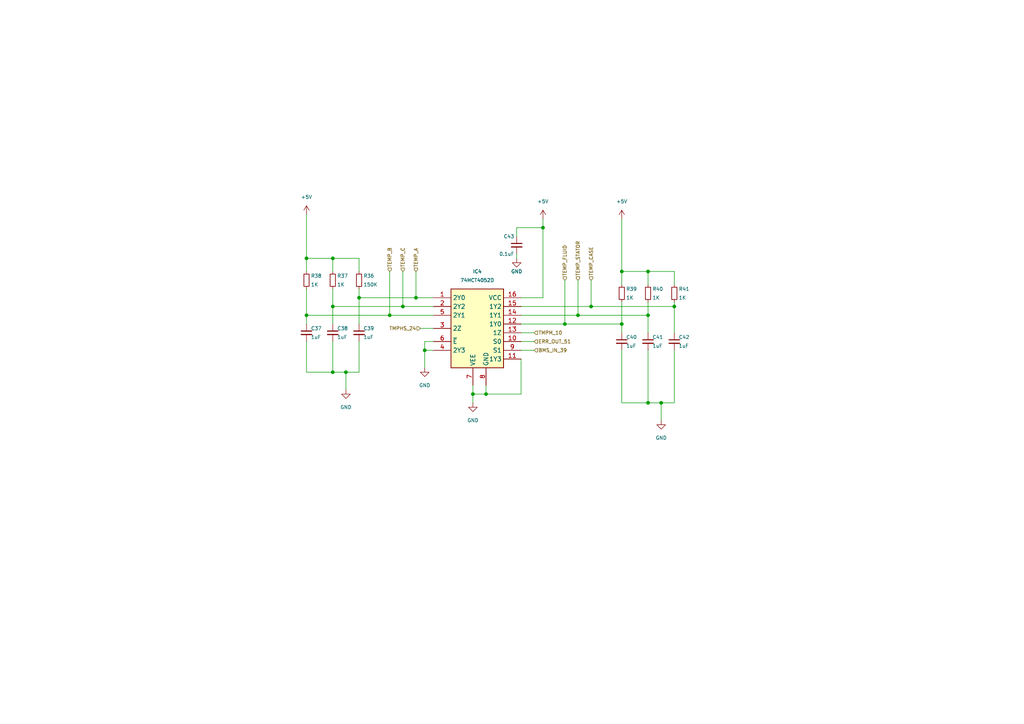
<source format=kicad_sch>
(kicad_sch (version 20231120) (generator "eeschema") (generator_version "8.0")
  (paper "A4")
  (lib_symbols
    (symbol "Device:C_Small" (pin_numbers hide) (pin_names (offset 0.254) hide)
      (property "Reference" "C" (at 0.254 1.778 0))
      (property "Value" "C_Small" (at 0.254 -2.032 0))
      (symbol "C_Small_0_1"
        (polyline (pts (xy -1.524 -0.508) (xy 1.524 -0.508)) (stroke (width 0.3302)))
        (polyline (pts (xy -1.524 0.508) (xy 1.524 0.508)) (stroke (width 0.3048)))
      )
      (symbol "C_Small_1_1"
        (pin passive line (at 0 2.54 270) (length 2.032) (name "~") (number "1"))
        (pin passive line (at 0 -2.54 90) (length 2.032) (name "~") (number "2"))
      )
    )
    (symbol "Device:R_Small" (pin_numbers hide) (pin_names (offset 0.254) hide)
      (property "Reference" "R" (at 0.762 0.508 0))
      (property "Value" "R_Small" (at 0.762 -1.016 0))
      (symbol "R_Small_0_1"
        (rectangle (start -0.762 1.778) (end 0.762 -1.778) (stroke (width 0.2032)))
      )
      (symbol "R_Small_1_1"
        (pin passive line (at 0 2.54 270) (length 0.762) (name "~") (number "1"))
        (pin passive line (at 0 -2.54 90) (length 0.762) (name "~") (number "2"))
      )
    )
    (symbol "SamacSys_Parts:74HCT4052D"
      (property "Reference" "IC4" (at 12.7 7.62 0))
      (property "Value" "74HCT4052D" (at 12.7 5.08 0))
      (symbol "74HCT4052D_1_1"
        (rectangle (start 5.08 2.54) (end 20.32 -20.32) (stroke (width 0.254)) (fill (type background)))
        (pin passive line (at 0 0 0) (length 5.08) (name "2Y0") (number "1"))
        (pin passive line (at 25.4 -12.7 180) (length 5.08) (name "S0") (number "10"))
        (pin passive line (at 25.4 -17.78 180) (length 5.08) (name "1Y3") (number "11"))
        (pin passive line (at 25.4 -7.62 180) (length 5.08) (name "1Y0") (number "12"))
        (pin passive line (at 25.4 -10.16 180) (length 5.08) (name "1Z") (number "13"))
        (pin passive line (at 25.4 -5.08 180) (length 5.08) (name "1Y1") (number "14"))
        (pin passive line (at 25.4 -2.54 180) (length 5.08) (name "1Y2") (number "15"))
        (pin passive line (at 25.4 0 180) (length 5.08) (name "VCC") (number "16"))
        (pin passive line (at 0 -2.54 0) (length 5.08) (name "2Y2") (number "2"))
        (pin passive line (at 0 -8.89 0) (length 5.08) (name "2Z") (number "3"))
        (pin passive line (at 0 -15.24 0) (length 5.08) (name "2Y3") (number "4"))
        (pin passive line (at 0 -5.08 0) (length 5.08) (name "2Y1") (number "5"))
        (pin passive line (at 0 -12.7 0) (length 5.08) (name "~{E}") (number "6"))
        (pin passive line (at 11.43 -25.4 90) (length 5.08) (name "VEE") (number "7"))
        (pin passive line (at 15.24 -25.4 90) (length 5.08) (name "GND") (number "8"))
        (pin passive line (at 25.4 -15.24 180) (length 5.08) (name "S1") (number "9"))
      )
    )
    (symbol "power:+5V" (power) (pin_names (offset 0))
      (property "Value" "+5V" (at 0 3.556 0))
      (symbol "+5V_0_1"
        (polyline (pts (xy -0.762 1.27) (xy 0 2.54)))
        (polyline (pts (xy 0 0) (xy 0 2.54)))
        (polyline (pts (xy 0 2.54) (xy 0.762 1.27)))
      )
      (symbol "+5V_1_1"
        (pin power_in line (at 0 0 90) (length 0) hide (name "+5V") (number "1"))
      )
    )
    (symbol "power:GND" (power) (pin_names (offset 0))
      (property "Value" "GND" (at 0 -3.81 0))
      (symbol "GND_0_1"
        (polyline (pts (xy 0 0) (xy 0 -1.27) (xy 1.27 -1.27) (xy 0 -2.54) (xy -1.27 -1.27) (xy 0 -1.27)))
      )
      (symbol "GND_1_1"
        (pin power_in line (at 0 0 270) (length 0) hide (name "GND") (number "1"))
      )
    )
  )
  (junction (at 100.33 107.95))
  (junction (at 180.34 78.74))
  (junction (at 187.96 78.74))
  (junction (at 96.52 88.9))
  (junction (at 88.9 74.93))
  (junction (at 88.9 91.44))
  (junction (at 180.34 93.98))
  (junction (at 113.03 91.44))
  (junction (at 104.14 86.36))
  (junction (at 163.83 93.98))
  (junction (at 116.84 88.9))
  (junction (at 195.58 88.9))
  (junction (at 140.97 114.3))
  (junction (at 187.96 116.84))
  (junction (at 96.52 74.93))
  (junction (at 191.77 116.84))
  (junction (at 167.64 91.44))
  (junction (at 96.52 107.95))
  (junction (at 187.96 91.44))
  (junction (at 137.16 114.3))
  (junction (at 171.45 88.9))
  (junction (at 123.19 101.6))
  (junction (at 157.48 66.04))
  (junction (at 120.65 86.36))
  (wire (pts (xy 137.16 114.3) (xy 137.16 116.84)))
  (wire (pts (xy 120.65 86.36) (xy 125.73 86.36)))
  (wire (pts (xy 151.13 101.6) (xy 154.94 101.6)))
  (wire (pts (xy 195.58 116.84) (xy 195.58 101.6)))
  (wire (pts (xy 195.58 78.74) (xy 187.96 78.74)))
  (wire (pts (xy 113.03 91.44) (xy 125.73 91.44)))
  (wire (pts (xy 157.48 66.04) (xy 157.48 63.5)))
  (wire (pts (xy 180.34 78.74) (xy 180.34 82.55)))
  (wire (pts (xy 96.52 78.74) (xy 96.52 74.93)))
  (wire (pts (xy 163.83 93.98) (xy 180.34 93.98)))
  (wire (pts (xy 100.33 107.95) (xy 104.14 107.95)))
  (wire (pts (xy 149.86 68.58) (xy 149.86 66.04)))
  (wire (pts (xy 88.9 83.82) (xy 88.9 91.44)))
  (wire (pts (xy 180.34 93.98) (xy 180.34 96.52)))
  (wire (pts (xy 187.96 116.84) (xy 191.77 116.84)))
  (wire (pts (xy 151.13 99.06) (xy 154.94 99.06)))
  (wire (pts (xy 195.58 88.9) (xy 195.58 96.52)))
  (wire (pts (xy 123.19 101.6) (xy 123.19 106.68)))
  (wire (pts (xy 151.13 91.44) (xy 167.64 91.44)))
  (wire (pts (xy 96.52 74.93) (xy 88.9 74.93)))
  (wire (pts (xy 96.52 99.06) (xy 96.52 107.95)))
  (wire (pts (xy 88.9 62.23) (xy 88.9 74.93)))
  (wire (pts (xy 123.19 101.6) (xy 125.73 101.6)))
  (wire (pts (xy 116.84 88.9) (xy 125.73 88.9)))
  (wire (pts (xy 151.13 88.9) (xy 171.45 88.9)))
  (wire (pts (xy 125.73 99.06) (xy 123.19 99.06)))
  (wire (pts (xy 157.48 86.36) (xy 157.48 66.04)))
  (wire (pts (xy 137.16 111.76) (xy 137.16 114.3)))
  (wire (pts (xy 123.19 99.06) (xy 123.19 101.6)))
  (wire (pts (xy 104.14 86.36) (xy 120.65 86.36)))
  (wire (pts (xy 151.13 104.14) (xy 151.13 114.3)))
  (wire (pts (xy 96.52 88.9) (xy 96.52 93.98)))
  (wire (pts (xy 195.58 82.55) (xy 195.58 78.74)))
  (wire (pts (xy 88.9 91.44) (xy 113.03 91.44)))
  (wire (pts (xy 149.86 66.04) (xy 157.48 66.04)))
  (wire (pts (xy 121.92 95.25) (xy 125.73 95.25)))
  (wire (pts (xy 167.64 81.28) (xy 167.64 91.44)))
  (wire (pts (xy 187.96 91.44) (xy 187.96 96.52)))
  (wire (pts (xy 191.77 116.84) (xy 195.58 116.84)))
  (wire (pts (xy 104.14 78.74) (xy 104.14 74.93)))
  (wire (pts (xy 163.83 81.28) (xy 163.83 93.98)))
  (wire (pts (xy 187.96 87.63) (xy 187.96 91.44)))
  (wire (pts (xy 104.14 83.82) (xy 104.14 86.36)))
  (wire (pts (xy 120.65 78.74) (xy 120.65 86.36)))
  (wire (pts (xy 191.77 116.84) (xy 191.77 121.92)))
  (wire (pts (xy 195.58 87.63) (xy 195.58 88.9)))
  (wire (pts (xy 167.64 91.44) (xy 187.96 91.44)))
  (wire (pts (xy 96.52 88.9) (xy 116.84 88.9)))
  (wire (pts (xy 116.84 78.74) (xy 116.84 88.9)))
  (wire (pts (xy 154.94 96.52) (xy 151.13 96.52)))
  (wire (pts (xy 140.97 114.3) (xy 137.16 114.3)))
  (wire (pts (xy 151.13 86.36) (xy 157.48 86.36)))
  (wire (pts (xy 88.9 74.93) (xy 88.9 78.74)))
  (wire (pts (xy 96.52 83.82) (xy 96.52 88.9)))
  (wire (pts (xy 88.9 99.06) (xy 88.9 107.95)))
  (wire (pts (xy 171.45 81.28) (xy 171.45 88.9)))
  (wire (pts (xy 96.52 107.95) (xy 100.33 107.95)))
  (wire (pts (xy 180.34 116.84) (xy 187.96 116.84)))
  (wire (pts (xy 171.45 88.9) (xy 195.58 88.9)))
  (wire (pts (xy 140.97 111.76) (xy 140.97 114.3)))
  (wire (pts (xy 104.14 107.95) (xy 104.14 99.06)))
  (wire (pts (xy 88.9 107.95) (xy 96.52 107.95)))
  (wire (pts (xy 180.34 87.63) (xy 180.34 93.98)))
  (wire (pts (xy 180.34 101.6) (xy 180.34 116.84)))
  (wire (pts (xy 151.13 114.3) (xy 140.97 114.3)))
  (wire (pts (xy 113.03 78.74) (xy 113.03 91.44)))
  (wire (pts (xy 104.14 86.36) (xy 104.14 93.98)))
  (wire (pts (xy 149.86 73.66) (xy 149.86 74.93)))
  (wire (pts (xy 187.96 78.74) (xy 180.34 78.74)))
  (wire (pts (xy 187.96 82.55) (xy 187.96 78.74)))
  (wire (pts (xy 151.13 93.98) (xy 163.83 93.98)))
  (wire (pts (xy 187.96 101.6) (xy 187.96 116.84)))
  (wire (pts (xy 88.9 91.44) (xy 88.9 93.98)))
  (wire (pts (xy 104.14 74.93) (xy 96.52 74.93)))
  (wire (pts (xy 180.34 63.5) (xy 180.34 78.74)))
  (wire (pts (xy 100.33 107.95) (xy 100.33 113.03)))
  (hierarchical_label "TEMP_C" (shape input) (at 116.84 78.74 90) (effects (font (size 1.016 1.016))))
  (hierarchical_label "TEMP_CASE" (shape input) (at 171.45 81.28 90) (effects (font (size 1.016 1.016))))
  (hierarchical_label "TMPM_10" (shape input) (at 154.94 96.52 0) (effects (font (size 1.016 1.016))))
  (hierarchical_label "TEMP_STATOR" (shape input) (at 167.64 81.28 90) (effects (font (size 1.016 1.016))))
  (hierarchical_label "TMPHS_24" (shape input) (at 121.92 95.25 180) (effects (font (size 1.016 1.016))))
  (hierarchical_label "ERR_OUT_51" (shape input) (at 154.94 99.06 0) (effects (font (size 1.016 1.016))))
  (hierarchical_label "TEMP_B" (shape input) (at 113.03 78.74 90) (effects (font (size 1.016 1.016))))
  (hierarchical_label "BMS_IN_39" (shape input) (at 154.94 101.6 0) (effects (font (size 1.016 1.016))))
  (hierarchical_label "TEMP_A" (shape input) (at 120.65 78.74 90) (effects (font (size 1.016 1.016))))
  (hierarchical_label "TEMP_FLUID" (shape input) (at 163.83 81.28 90) (effects (font (size 1.016 1.016))))
  (symbol (lib_id "Device:R_Small") (at 180.34 85.09 0) (unit 1)
    (property "Reference" "R39" (at 181.61 83.82 0) (effects (font (size 1.016 1.016)) (justify left)))
    (property "Value" "1K" (at 181.61 86.36 0) (effects (font (size 1.016 1.016)) (justify left)))
  )
  (symbol (lib_id "power:GND") (at 137.16 116.84 0) (unit 1)
    (property "Reference" "#PWR047" (effects (hide yes)))
    (property "Value" "GND" (at 137.16 121.92 0) (effects (font (size 1.016 1.016))))
  )
  (symbol (lib_id "power:+5V") (at 88.9 62.23 0) (unit 1)
    (property "Reference" "#PWR050" (effects (hide yes)))
    (property "Value" "+5V" (at 88.9 57.15 0) (effects (font (size 1.016 1.016))))
  )
  (symbol (lib_id "Device:R_Small") (at 104.14 81.28 0) (unit 1)
    (property "Reference" "R36" (at 105.41 80.01 0) (effects (font (size 1.016 1.016)) (justify left)))
    (property "Value" "150K" (at 105.41 82.55 0) (effects (font (size 1.016 1.016)) (justify left)))
  )
  (symbol (lib_id "Device:C_Small") (at 96.52 96.52 0) (unit 1)
    (property "Reference" "C38" (at 97.79 95.25 0) (effects (font (size 1.016 1.016)) (justify left)))
    (property "Value" "1uF" (at 97.79 97.79 0) (effects (font (size 1.016 1.016)) (justify left)))
  )
  (symbol (lib_id "power:GND") (at 149.86 74.93 0) (unit 1)
    (property "Reference" "#PWR051" (effects (hide yes)))
    (property "Value" "GND" (at 149.86 78.74 0) (effects (font (size 1.016 1.016))))
  )
  (symbol (lib_id "power:GND") (at 191.77 121.92 0) (unit 1)
    (property "Reference" "#PWR054" (effects (hide yes)))
    (property "Value" "GND" (at 191.77 127 0) (effects (font (size 1.016 1.016))))
  )
  (symbol (lib_id "Device:R_Small") (at 187.96 85.09 0) (unit 1)
    (property "Reference" "R40" (at 189.23 83.82 0) (effects (font (size 1.016 1.016)) (justify left)))
    (property "Value" "1K" (at 189.23 86.36 0) (effects (font (size 1.016 1.016)) (justify left)))
  )
  (symbol (lib_id "Device:C_Small") (at 149.86 71.12 0) (unit 1)
    (property "Reference" "C43" (at 146.05 68.58 0) (effects (font (size 1.016 1.016)) (justify left)))
    (property "Value" "0.1uF" (at 144.78 73.66 0) (effects (font (size 1.016 1.016)) (justify left)))
  )
  (symbol (lib_id "Device:C_Small") (at 187.96 99.06 0) (unit 1)
    (property "Reference" "C41" (at 189.23 97.79 0) (effects (font (size 1.016 1.016)) (justify left)))
    (property "Value" "1uF" (at 189.23 100.33 0) (effects (font (size 1.016 1.016)) (justify left)))
  )
  (symbol (lib_id "power:GND") (at 100.33 113.03 0) (unit 1)
    (property "Reference" "#PWR052" (effects (hide yes)))
    (property "Value" "GND" (at 100.33 118.11 0) (effects (font (size 1.016 1.016))))
  )
  (symbol (lib_id "Device:R_Small") (at 96.52 81.28 0) (unit 1)
    (property "Reference" "R37" (at 97.79 80.01 0) (effects (font (size 1.016 1.016)) (justify left)))
    (property "Value" "1K" (at 97.79 82.55 0) (effects (font (size 1.016 1.016)) (justify left)))
  )
  (symbol (lib_id "Device:C_Small") (at 104.14 96.52 0) (unit 1)
    (property "Reference" "C39" (at 105.41 95.25 0) (effects (font (size 1.016 1.016)) (justify left)))
    (property "Value" "1uF" (at 105.41 97.79 0) (effects (font (size 1.016 1.016)) (justify left)))
  )
  (symbol (lib_id "Device:C_Small") (at 195.58 99.06 0) (unit 1)
    (property "Reference" "C42" (at 196.85 97.79 0) (effects (font (size 1.016 1.016)) (justify left)))
    (property "Value" "1uF" (at 196.85 100.33 0) (effects (font (size 1.016 1.016)) (justify left)))
  )
  (symbol (lib_id "SamacSys_Parts:74HCT4052D") (at 125.73 86.36 0) (unit 1)
    (property "Reference" "IC4" (at 138.43 78.74 0) (effects (font (size 1.016 1.016))))
    (property "Value" "74HCT4052D" (at 138.43 81.28 0) (effects (font (size 1.016 1.016))))
    (property "Footprint" "SOIC127P600X175-16N" (effects (hide yes)))
    (property "Datasheet" "https://datasheet.datasheetarchive.com/originals/distributors/Datasheets-301/18447.pdf" (effects (hide yes)))
    (property "Height" "1.75" (effects (hide yes)))
    (property "Manufacturer_Name" "Nexperia" (effects (hide yes)))
    (property "Manufacturer_Part_Number" "74HCT4052D" (effects (hide yes)))
    (property "Mouser Part Number" "771-74HCT4052D" (effects (hide yes)))
    (property "Mouser Price/Stock" "https://www.mouser.com/Search/Refine.aspx?Keyword=771-74HCT4052D" (effects (hide yes)))
  )
  (symbol (lib_id "Device:C_Small") (at 88.9 96.52 0) (unit 1)
    (property "Reference" "C37" (at 90.17 95.25 0) (effects (font (size 1.016 1.016)) (justify left)))
    (property "Value" "1uF" (at 90.17 97.79 0) (effects (font (size 1.016 1.016)) (justify left)))
  )
  (symbol (lib_id "Device:R_Small") (at 195.58 85.09 0) (unit 1)
    (property "Reference" "R41" (at 196.85 83.82 0) (effects (font (size 1.016 1.016)) (justify left)))
    (property "Value" "1K" (at 196.85 86.36 0) (effects (font (size 1.016 1.016)) (justify left)))
  )
  (symbol (lib_id "Device:C_Small") (at 180.34 99.06 0) (unit 1)
    (property "Reference" "C40" (at 181.61 97.79 0) (effects (font (size 1.016 1.016)) (justify left)))
    (property "Value" "1uF" (at 181.61 100.33 0) (effects (font (size 1.016 1.016)) (justify left)))
  )
  (symbol (lib_id "power:+5V") (at 180.34 63.5 0) (unit 1)
    (property "Reference" "#PWR053" (effects (hide yes)))
    (property "Value" "+5V" (at 180.34 58.42 0) (effects (font (size 1.016 1.016))))
  )
  (symbol (lib_id "power:+5V") (at 157.48 63.5 0) (unit 1)
    (property "Reference" "#PWR049" (effects (hide yes)))
    (property "Value" "+5V" (at 157.48 58.42 0) (effects (font (size 1.016 1.016))))
  )
  (symbol (lib_id "power:GND") (at 123.19 106.68 0) (unit 1)
    (property "Reference" "#PWR048" (effects (hide yes)))
    (property "Value" "GND" (at 123.19 111.76 0) (effects (font (size 1.016 1.016))))
  )
  (symbol (lib_id "Device:R_Small") (at 88.9 81.28 0) (unit 1)
    (property "Reference" "R38" (at 90.17 80.01 0) (effects (font (size 1.016 1.016)) (justify left)))
    (property "Value" "1K" (at 90.17 82.55 0) (effects (font (size 1.016 1.016)) (justify left)))
  )
)
</source>
